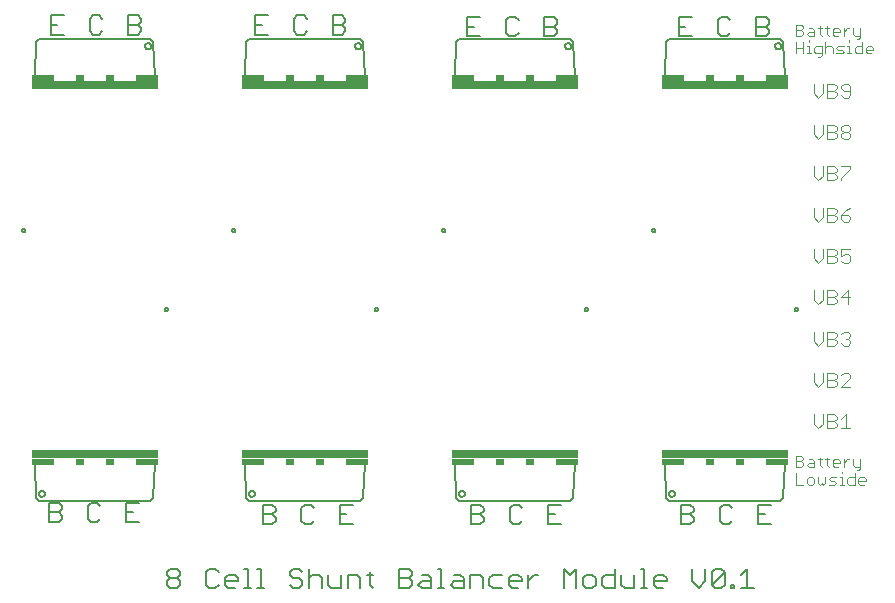
<source format=gto>
G75*
G70*
%OFA0B0*%
%FSLAX24Y24*%
%IPPOS*%
%LPD*%
%AMOC8*
5,1,8,0,0,1.08239X$1,22.5*
%
%ADD10C,0.0030*%
%ADD11C,0.0060*%
%ADD12C,0.0040*%
%ADD13C,0.0050*%
%ADD14R,0.4200X0.0300*%
%ADD15R,0.0750X0.0200*%
%ADD16R,0.0300X0.0200*%
D10*
X028462Y004446D02*
X028709Y004446D01*
X028831Y004508D02*
X028892Y004446D01*
X029016Y004446D01*
X029077Y004508D01*
X029077Y004632D01*
X029016Y004693D01*
X028892Y004693D01*
X028831Y004632D01*
X028831Y004508D01*
X029199Y004508D02*
X029199Y004693D01*
X029199Y004508D02*
X029261Y004446D01*
X029322Y004508D01*
X029384Y004446D01*
X029446Y004508D01*
X029446Y004693D01*
X029567Y004632D02*
X029629Y004693D01*
X029814Y004693D01*
X029935Y004693D02*
X029997Y004693D01*
X029997Y004446D01*
X029935Y004446D02*
X030059Y004446D01*
X030181Y004508D02*
X030181Y004632D01*
X030243Y004693D01*
X030428Y004693D01*
X030428Y004817D02*
X030428Y004446D01*
X030243Y004446D01*
X030181Y004508D01*
X029814Y004508D02*
X029752Y004570D01*
X029629Y004570D01*
X029567Y004632D01*
X029567Y004446D02*
X029752Y004446D01*
X029814Y004508D01*
X029997Y004817D02*
X029997Y004879D01*
X030058Y005037D02*
X030058Y005284D01*
X030058Y005160D02*
X030182Y005284D01*
X030243Y005284D01*
X030365Y005284D02*
X030365Y005099D01*
X030427Y005037D01*
X030612Y005037D01*
X030612Y004975D02*
X030550Y004914D01*
X030489Y004914D01*
X030612Y004975D02*
X030612Y005284D01*
X029937Y005222D02*
X029937Y005160D01*
X029690Y005160D01*
X029690Y005099D02*
X029690Y005222D01*
X029752Y005284D01*
X029875Y005284D01*
X029937Y005222D01*
X029875Y005037D02*
X029752Y005037D01*
X029690Y005099D01*
X029568Y005037D02*
X029506Y005099D01*
X029506Y005346D01*
X029444Y005284D02*
X029568Y005284D01*
X029322Y005284D02*
X029199Y005284D01*
X029261Y005346D02*
X029261Y005099D01*
X029322Y005037D01*
X029077Y005037D02*
X028892Y005037D01*
X028831Y005099D01*
X028892Y005160D01*
X029077Y005160D01*
X029077Y005222D02*
X029077Y005037D01*
X029077Y005222D02*
X029016Y005284D01*
X028892Y005284D01*
X028709Y005284D02*
X028647Y005222D01*
X028462Y005222D01*
X028462Y005037D02*
X028647Y005037D01*
X028709Y005099D01*
X028709Y005160D01*
X028647Y005222D01*
X028709Y005284D02*
X028709Y005346D01*
X028647Y005407D01*
X028462Y005407D01*
X028462Y005037D01*
X028462Y004817D02*
X028462Y004446D01*
X030549Y004508D02*
X030549Y004632D01*
X030611Y004693D01*
X030734Y004693D01*
X030796Y004632D01*
X030796Y004570D01*
X030549Y004570D01*
X030549Y004508D02*
X030611Y004446D01*
X030734Y004446D01*
X029261Y018693D02*
X029323Y018755D01*
X029323Y019063D01*
X029138Y019063D01*
X029076Y019002D01*
X029076Y018878D01*
X029138Y018817D01*
X029323Y018817D01*
X029444Y018817D02*
X029444Y019187D01*
X029506Y019063D02*
X029630Y019063D01*
X029691Y019002D01*
X029691Y018817D01*
X029813Y018817D02*
X029998Y018817D01*
X030060Y018878D01*
X029998Y018940D01*
X029874Y018940D01*
X029813Y019002D01*
X029874Y019063D01*
X030060Y019063D01*
X030181Y019063D02*
X030243Y019063D01*
X030243Y018817D01*
X030304Y018817D02*
X030181Y018817D01*
X030426Y018878D02*
X030426Y019002D01*
X030488Y019063D01*
X030673Y019063D01*
X030673Y019187D02*
X030673Y018817D01*
X030488Y018817D01*
X030426Y018878D01*
X030243Y019187D02*
X030243Y019249D01*
X030427Y019407D02*
X030612Y019407D01*
X030612Y019345D02*
X030550Y019284D01*
X030489Y019284D01*
X030612Y019345D02*
X030612Y019654D01*
X030365Y019654D02*
X030365Y019469D01*
X030427Y019407D01*
X030243Y019654D02*
X030182Y019654D01*
X030058Y019531D01*
X029937Y019531D02*
X029690Y019531D01*
X029690Y019592D02*
X029752Y019654D01*
X029875Y019654D01*
X029937Y019592D01*
X029937Y019531D01*
X029875Y019407D02*
X029752Y019407D01*
X029690Y019469D01*
X029690Y019592D01*
X029568Y019654D02*
X029444Y019654D01*
X029506Y019716D02*
X029506Y019469D01*
X029568Y019407D01*
X029322Y019407D02*
X029261Y019469D01*
X029261Y019716D01*
X029322Y019654D02*
X029199Y019654D01*
X029077Y019592D02*
X029077Y019407D01*
X028892Y019407D01*
X028831Y019469D01*
X028892Y019531D01*
X029077Y019531D01*
X029077Y019592D02*
X029016Y019654D01*
X028892Y019654D01*
X028709Y019654D02*
X028647Y019592D01*
X028462Y019592D01*
X028462Y019407D02*
X028647Y019407D01*
X028709Y019469D01*
X028709Y019531D01*
X028647Y019592D01*
X028709Y019654D02*
X028709Y019716D01*
X028647Y019777D01*
X028462Y019777D01*
X028462Y019407D01*
X028462Y019187D02*
X028462Y018817D01*
X028462Y019002D02*
X028709Y019002D01*
X028831Y019063D02*
X028892Y019063D01*
X028892Y018817D01*
X028831Y018817D02*
X028954Y018817D01*
X028709Y018817D02*
X028709Y019187D01*
X028892Y019187D02*
X028892Y019249D01*
X029444Y019002D02*
X029506Y019063D01*
X030058Y019407D02*
X030058Y019654D01*
X030795Y019002D02*
X030856Y019063D01*
X030980Y019063D01*
X031042Y019002D01*
X031042Y018940D01*
X030795Y018940D01*
X030795Y018878D02*
X030795Y019002D01*
X030795Y018878D02*
X030856Y018817D01*
X030980Y018817D01*
X029261Y018693D02*
X029199Y018693D01*
D11*
X003889Y003193D02*
X003568Y003193D01*
X003568Y003834D01*
X003889Y003834D01*
X003995Y003727D01*
X003995Y003620D01*
X003889Y003514D01*
X003568Y003514D01*
X003889Y003514D02*
X003995Y003407D01*
X003995Y003300D01*
X003889Y003193D01*
X004857Y003300D02*
X004964Y003193D01*
X005178Y003193D01*
X005284Y003300D01*
X004857Y003300D02*
X004857Y003727D01*
X004964Y003834D01*
X005178Y003834D01*
X005284Y003727D01*
X006146Y003834D02*
X006146Y003193D01*
X006573Y003193D01*
X006360Y003514D02*
X006146Y003514D01*
X006146Y003834D02*
X006573Y003834D01*
X007613Y001646D02*
X007506Y001540D01*
X007506Y001433D01*
X007613Y001326D01*
X007826Y001326D01*
X007933Y001219D01*
X007933Y001113D01*
X007826Y001006D01*
X007613Y001006D01*
X007506Y001113D01*
X007506Y001219D01*
X007613Y001326D01*
X007826Y001326D02*
X007933Y001433D01*
X007933Y001540D01*
X007826Y001646D01*
X007613Y001646D01*
X008795Y001540D02*
X008795Y001113D01*
X008902Y001006D01*
X009115Y001006D01*
X009222Y001113D01*
X009439Y001113D02*
X009546Y001006D01*
X009760Y001006D01*
X009866Y001219D02*
X009439Y001219D01*
X009439Y001113D02*
X009439Y001326D01*
X009546Y001433D01*
X009760Y001433D01*
X009866Y001326D01*
X009866Y001219D01*
X010084Y001006D02*
X010297Y001006D01*
X010191Y001006D02*
X010191Y001646D01*
X010084Y001646D01*
X010514Y001646D02*
X010620Y001646D01*
X010620Y001006D01*
X010514Y001006D02*
X010727Y001006D01*
X011588Y001113D02*
X011695Y001006D01*
X011908Y001006D01*
X012015Y001113D01*
X012015Y001219D01*
X011908Y001326D01*
X011695Y001326D01*
X011588Y001433D01*
X011588Y001540D01*
X011695Y001646D01*
X011908Y001646D01*
X012015Y001540D01*
X012232Y001646D02*
X012232Y001006D01*
X012659Y001006D02*
X012659Y001326D01*
X012553Y001433D01*
X012339Y001433D01*
X012232Y001326D01*
X012877Y001433D02*
X012877Y001113D01*
X012984Y001006D01*
X013304Y001006D01*
X013304Y001433D01*
X013521Y001433D02*
X013842Y001433D01*
X013948Y001326D01*
X013948Y001006D01*
X014273Y001113D02*
X014379Y001006D01*
X014273Y001113D02*
X014273Y001540D01*
X014379Y001433D02*
X014166Y001433D01*
X013521Y001433D02*
X013521Y001006D01*
X015240Y001006D02*
X015560Y001006D01*
X015667Y001113D01*
X015667Y001219D01*
X015560Y001326D01*
X015240Y001326D01*
X015240Y001006D02*
X015240Y001646D01*
X015560Y001646D01*
X015667Y001540D01*
X015667Y001433D01*
X015560Y001326D01*
X015885Y001113D02*
X015991Y001219D01*
X016312Y001219D01*
X016312Y001326D02*
X016312Y001006D01*
X015991Y001006D01*
X015885Y001113D01*
X015991Y001433D02*
X016205Y001433D01*
X016312Y001326D01*
X016529Y001646D02*
X016636Y001646D01*
X016636Y001006D01*
X016529Y001006D02*
X016743Y001006D01*
X016959Y001113D02*
X017066Y001219D01*
X017386Y001219D01*
X017386Y001326D02*
X017279Y001433D01*
X017066Y001433D01*
X017386Y001326D02*
X017386Y001006D01*
X017066Y001006D01*
X016959Y001113D01*
X017603Y001006D02*
X017603Y001433D01*
X017924Y001433D01*
X018030Y001326D01*
X018030Y001006D01*
X018248Y001113D02*
X018355Y001006D01*
X018675Y001006D01*
X018892Y001113D02*
X018892Y001326D01*
X018999Y001433D01*
X019213Y001433D01*
X019319Y001326D01*
X019319Y001219D01*
X018892Y001219D01*
X018892Y001113D02*
X018999Y001006D01*
X019213Y001006D01*
X019537Y001006D02*
X019537Y001433D01*
X019750Y001433D02*
X019537Y001219D01*
X019750Y001433D02*
X019857Y001433D01*
X020719Y001646D02*
X020719Y001006D01*
X021146Y001006D02*
X021146Y001646D01*
X020932Y001433D01*
X020719Y001646D01*
X021363Y001326D02*
X021363Y001113D01*
X021470Y001006D01*
X021683Y001006D01*
X021790Y001113D01*
X021790Y001326D01*
X021683Y001433D01*
X021470Y001433D01*
X021363Y001326D01*
X022008Y001326D02*
X022008Y001113D01*
X022114Y001006D01*
X022435Y001006D01*
X022435Y001646D01*
X022435Y001433D02*
X022114Y001433D01*
X022008Y001326D01*
X022652Y001433D02*
X022652Y001113D01*
X022759Y001006D01*
X023079Y001006D01*
X023079Y001433D01*
X023297Y001646D02*
X023403Y001646D01*
X023403Y001006D01*
X023297Y001006D02*
X023510Y001006D01*
X023726Y001113D02*
X023726Y001326D01*
X023833Y001433D01*
X024047Y001433D01*
X024153Y001326D01*
X024153Y001219D01*
X023726Y001219D01*
X023726Y001113D02*
X023833Y001006D01*
X024047Y001006D01*
X025015Y001219D02*
X025015Y001646D01*
X025442Y001646D02*
X025442Y001219D01*
X025229Y001006D01*
X025015Y001219D01*
X025660Y001113D02*
X025660Y001540D01*
X025767Y001646D01*
X025980Y001646D01*
X026087Y001540D01*
X025660Y001113D01*
X025767Y001006D01*
X025980Y001006D01*
X026087Y001113D01*
X026087Y001540D01*
X026627Y001433D02*
X026840Y001646D01*
X026840Y001006D01*
X026627Y001006D02*
X027054Y001006D01*
X026411Y001006D02*
X026411Y001113D01*
X026304Y001113D01*
X026304Y001006D01*
X026411Y001006D01*
X026240Y003131D02*
X026347Y003238D01*
X026240Y003131D02*
X026027Y003131D01*
X025920Y003238D01*
X025920Y003665D01*
X026027Y003771D01*
X026240Y003771D01*
X026347Y003665D01*
X027209Y003771D02*
X027209Y003131D01*
X027636Y003131D01*
X027422Y003451D02*
X027209Y003451D01*
X027209Y003771D02*
X027636Y003771D01*
X025058Y003665D02*
X025058Y003558D01*
X024951Y003451D01*
X024631Y003451D01*
X024951Y003451D02*
X025058Y003344D01*
X025058Y003238D01*
X024951Y003131D01*
X024631Y003131D01*
X024631Y003771D01*
X024951Y003771D01*
X025058Y003665D01*
X020636Y003771D02*
X020209Y003771D01*
X020209Y003131D01*
X020636Y003131D01*
X020422Y003451D02*
X020209Y003451D01*
X019347Y003238D02*
X019240Y003131D01*
X019027Y003131D01*
X018920Y003238D01*
X018920Y003665D01*
X019027Y003771D01*
X019240Y003771D01*
X019347Y003665D01*
X018058Y003665D02*
X018058Y003558D01*
X017951Y003451D01*
X017631Y003451D01*
X017951Y003451D02*
X018058Y003344D01*
X018058Y003238D01*
X017951Y003131D01*
X017631Y003131D01*
X017631Y003771D01*
X017951Y003771D01*
X018058Y003665D01*
X018355Y001433D02*
X018248Y001326D01*
X018248Y001113D01*
X018355Y001433D02*
X018675Y001433D01*
X013698Y003131D02*
X013271Y003131D01*
X013271Y003771D01*
X013698Y003771D01*
X013485Y003451D02*
X013271Y003451D01*
X012409Y003238D02*
X012303Y003131D01*
X012089Y003131D01*
X011982Y003238D01*
X011982Y003665D01*
X012089Y003771D01*
X012303Y003771D01*
X012409Y003665D01*
X011120Y003665D02*
X011120Y003558D01*
X011014Y003451D01*
X010693Y003451D01*
X010693Y003131D02*
X011014Y003131D01*
X011120Y003238D01*
X011120Y003344D01*
X011014Y003451D01*
X011120Y003665D02*
X011014Y003771D01*
X010693Y003771D01*
X010693Y003131D01*
X009115Y001646D02*
X008902Y001646D01*
X008795Y001540D01*
X009115Y001646D02*
X009222Y001540D01*
X010443Y019443D02*
X010870Y019443D01*
X010443Y019443D01*
X010443Y020084D01*
X010870Y020084D01*
X010443Y020084D01*
X010443Y019443D01*
X010443Y019764D02*
X010657Y019764D01*
X010443Y019764D01*
X011732Y019977D02*
X011732Y019550D01*
X011839Y019443D01*
X012053Y019443D01*
X012159Y019550D01*
X012053Y019443D01*
X011839Y019443D01*
X011732Y019550D01*
X011732Y019977D01*
X011839Y020084D01*
X012053Y020084D01*
X012159Y019977D01*
X012053Y020084D01*
X011839Y020084D01*
X011732Y019977D01*
X013021Y020084D02*
X013021Y019443D01*
X013342Y019443D01*
X013448Y019550D01*
X013448Y019657D01*
X013342Y019764D01*
X013021Y019764D01*
X013342Y019764D01*
X013448Y019870D01*
X013448Y019977D01*
X013342Y020084D01*
X013021Y020084D01*
X013342Y020084D01*
X013448Y019977D01*
X013448Y019870D01*
X013342Y019764D01*
X013448Y019657D01*
X013448Y019550D01*
X013342Y019443D01*
X013021Y019443D01*
X013021Y020084D01*
X017506Y020021D02*
X017506Y019381D01*
X017933Y019381D01*
X017506Y019381D01*
X017506Y020021D01*
X017933Y020021D01*
X017506Y020021D01*
X017506Y019701D02*
X017719Y019701D01*
X017506Y019701D01*
X018795Y019488D02*
X018902Y019381D01*
X019115Y019381D01*
X019222Y019488D01*
X019115Y019381D01*
X018902Y019381D01*
X018795Y019488D01*
X018795Y019915D01*
X018902Y020021D01*
X019115Y020021D01*
X019222Y019915D01*
X019115Y020021D01*
X018902Y020021D01*
X018795Y019915D01*
X018795Y019488D01*
X020084Y019381D02*
X020404Y019381D01*
X020511Y019488D01*
X020511Y019594D01*
X020404Y019701D01*
X020084Y019701D01*
X020404Y019701D01*
X020511Y019808D01*
X020511Y019915D01*
X020404Y020021D01*
X020084Y020021D01*
X020084Y019381D01*
X020404Y019381D01*
X020511Y019488D01*
X020511Y019594D01*
X020404Y019701D01*
X020511Y019808D01*
X020511Y019915D01*
X020404Y020021D01*
X020084Y020021D01*
X020084Y019381D01*
X024568Y019381D02*
X024995Y019381D01*
X024568Y019381D02*
X024568Y020021D01*
X024995Y020021D01*
X024782Y019701D02*
X024568Y019701D01*
X025857Y019488D02*
X025964Y019381D01*
X026178Y019381D01*
X026284Y019488D01*
X025857Y019488D02*
X025857Y019915D01*
X025964Y020021D01*
X026178Y020021D01*
X026284Y019915D01*
X027146Y020021D02*
X027146Y019381D01*
X027467Y019381D01*
X027573Y019488D01*
X027573Y019594D01*
X027467Y019701D01*
X027146Y019701D01*
X027146Y020021D02*
X027467Y020021D01*
X027573Y019915D01*
X027573Y019808D01*
X027467Y019701D01*
X006636Y019657D02*
X006636Y019550D01*
X006529Y019443D01*
X006209Y019443D01*
X006209Y020084D01*
X006529Y020084D01*
X006636Y019977D01*
X006636Y019870D01*
X006529Y019764D01*
X006209Y019764D01*
X006529Y019764D02*
X006636Y019657D01*
X005347Y019550D02*
X005240Y019443D01*
X005027Y019443D01*
X004920Y019550D01*
X004920Y019977D01*
X005027Y020084D01*
X005240Y020084D01*
X005347Y019977D01*
X004058Y020084D02*
X003631Y020084D01*
X003631Y019443D01*
X004058Y019443D01*
X003844Y019764D02*
X003631Y019764D01*
D12*
X029058Y017806D02*
X029058Y017499D01*
X029211Y017345D01*
X029365Y017499D01*
X029365Y017806D01*
X029518Y017806D02*
X029748Y017806D01*
X029825Y017729D01*
X029825Y017652D01*
X029748Y017575D01*
X029518Y017575D01*
X029518Y017345D02*
X029748Y017345D01*
X029825Y017422D01*
X029825Y017499D01*
X029748Y017575D01*
X029979Y017652D02*
X029979Y017729D01*
X030055Y017806D01*
X030209Y017806D01*
X030285Y017729D01*
X030285Y017422D01*
X030209Y017345D01*
X030055Y017345D01*
X029979Y017422D01*
X030055Y017575D02*
X030285Y017575D01*
X030055Y017575D02*
X029979Y017652D01*
X029518Y017806D02*
X029518Y017345D01*
X029518Y016428D02*
X029748Y016428D01*
X029825Y016351D01*
X029825Y016274D01*
X029748Y016197D01*
X029518Y016197D01*
X029365Y016121D02*
X029211Y015967D01*
X029058Y016121D01*
X029058Y016428D01*
X029365Y016428D02*
X029365Y016121D01*
X029518Y015967D02*
X029748Y015967D01*
X029825Y016044D01*
X029825Y016121D01*
X029748Y016197D01*
X029979Y016121D02*
X030055Y016197D01*
X030209Y016197D01*
X030285Y016121D01*
X030285Y016044D01*
X030209Y015967D01*
X030055Y015967D01*
X029979Y016044D01*
X029979Y016121D01*
X030055Y016197D02*
X029979Y016274D01*
X029979Y016351D01*
X030055Y016428D01*
X030209Y016428D01*
X030285Y016351D01*
X030285Y016274D01*
X030209Y016197D01*
X029518Y015967D02*
X029518Y016428D01*
X029518Y015050D02*
X029748Y015050D01*
X029825Y014973D01*
X029825Y014896D01*
X029748Y014819D01*
X029518Y014819D01*
X029365Y014743D02*
X029211Y014589D01*
X029058Y014743D01*
X029058Y015050D01*
X029365Y015050D02*
X029365Y014743D01*
X029518Y014589D02*
X029748Y014589D01*
X029825Y014666D01*
X029825Y014743D01*
X029748Y014819D01*
X029979Y014666D02*
X029979Y014589D01*
X029979Y014666D02*
X030285Y014973D01*
X030285Y015050D01*
X029979Y015050D01*
X029518Y015050D02*
X029518Y014589D01*
X029518Y013672D02*
X029748Y013672D01*
X029825Y013595D01*
X029825Y013518D01*
X029748Y013441D01*
X029518Y013441D01*
X029365Y013365D02*
X029365Y013672D01*
X029518Y013672D02*
X029518Y013211D01*
X029748Y013211D01*
X029825Y013288D01*
X029825Y013365D01*
X029748Y013441D01*
X029979Y013441D02*
X029979Y013288D01*
X030055Y013211D01*
X030209Y013211D01*
X030285Y013288D01*
X030285Y013365D01*
X030209Y013441D01*
X029979Y013441D01*
X030132Y013595D01*
X030285Y013672D01*
X029365Y013365D02*
X029211Y013211D01*
X029058Y013365D01*
X029058Y013672D01*
X029058Y012294D02*
X029058Y011987D01*
X029211Y011833D01*
X029365Y011987D01*
X029365Y012294D01*
X029518Y012294D02*
X029748Y012294D01*
X029825Y012217D01*
X029825Y012140D01*
X029748Y012064D01*
X029518Y012064D01*
X029518Y012294D02*
X029518Y011833D01*
X029748Y011833D01*
X029825Y011910D01*
X029825Y011987D01*
X029748Y012064D01*
X029979Y012064D02*
X030132Y012140D01*
X030209Y012140D01*
X030285Y012064D01*
X030285Y011910D01*
X030209Y011833D01*
X030055Y011833D01*
X029979Y011910D01*
X029979Y012064D02*
X029979Y012294D01*
X030285Y012294D01*
X030209Y010916D02*
X029979Y010686D01*
X030285Y010686D01*
X030209Y010916D02*
X030209Y010455D01*
X029825Y010532D02*
X029825Y010609D01*
X029748Y010686D01*
X029518Y010686D01*
X029365Y010609D02*
X029211Y010455D01*
X029058Y010609D01*
X029058Y010916D01*
X029365Y010916D02*
X029365Y010609D01*
X029518Y010455D02*
X029748Y010455D01*
X029825Y010532D01*
X029748Y010686D02*
X029825Y010762D01*
X029825Y010839D01*
X029748Y010916D01*
X029518Y010916D01*
X029518Y010455D01*
X029518Y009538D02*
X029748Y009538D01*
X029825Y009461D01*
X029825Y009384D01*
X029748Y009308D01*
X029518Y009308D01*
X029365Y009231D02*
X029365Y009538D01*
X029518Y009538D02*
X029518Y009077D01*
X029748Y009077D01*
X029825Y009154D01*
X029825Y009231D01*
X029748Y009308D01*
X029979Y009461D02*
X030055Y009538D01*
X030209Y009538D01*
X030285Y009461D01*
X030285Y009384D01*
X030209Y009308D01*
X030285Y009231D01*
X030285Y009154D01*
X030209Y009077D01*
X030055Y009077D01*
X029979Y009154D01*
X030132Y009308D02*
X030209Y009308D01*
X029365Y009231D02*
X029211Y009077D01*
X029058Y009231D01*
X029058Y009538D01*
X029058Y008160D02*
X029058Y007853D01*
X029211Y007700D01*
X029365Y007853D01*
X029365Y008160D01*
X029518Y008160D02*
X029748Y008160D01*
X029825Y008083D01*
X029825Y008006D01*
X029748Y007930D01*
X029518Y007930D01*
X029518Y007700D02*
X029518Y008160D01*
X029748Y007930D02*
X029825Y007853D01*
X029825Y007776D01*
X029748Y007700D01*
X029518Y007700D01*
X029979Y007700D02*
X030285Y008006D01*
X030285Y008083D01*
X030209Y008160D01*
X030055Y008160D01*
X029979Y008083D01*
X029979Y007700D02*
X030285Y007700D01*
X030132Y006782D02*
X030132Y006322D01*
X029979Y006322D02*
X030285Y006322D01*
X029979Y006628D02*
X030132Y006782D01*
X029825Y006705D02*
X029825Y006628D01*
X029748Y006552D01*
X029518Y006552D01*
X029365Y006475D02*
X029365Y006782D01*
X029518Y006782D02*
X029748Y006782D01*
X029825Y006705D01*
X029748Y006552D02*
X029825Y006475D01*
X029825Y006398D01*
X029748Y006322D01*
X029518Y006322D01*
X029518Y006782D01*
X029058Y006782D02*
X029058Y006475D01*
X029211Y006322D01*
X029365Y006475D01*
D13*
X028101Y005151D02*
X028051Y004001D01*
X027951Y003901D01*
X024251Y003901D01*
X024151Y004001D01*
X024101Y005151D01*
X024231Y004141D02*
X024233Y004161D01*
X024239Y004179D01*
X024248Y004197D01*
X024260Y004212D01*
X024275Y004224D01*
X024293Y004233D01*
X024311Y004239D01*
X024331Y004241D01*
X024351Y004239D01*
X024369Y004233D01*
X024387Y004224D01*
X024402Y004212D01*
X024414Y004197D01*
X024423Y004179D01*
X024429Y004161D01*
X024431Y004141D01*
X024429Y004121D01*
X024423Y004103D01*
X024414Y004085D01*
X024402Y004070D01*
X024387Y004058D01*
X024369Y004049D01*
X024351Y004043D01*
X024331Y004041D01*
X024311Y004043D01*
X024293Y004049D01*
X024275Y004058D01*
X024260Y004070D01*
X024248Y004085D01*
X024239Y004103D01*
X024233Y004121D01*
X024231Y004141D01*
X021051Y004001D02*
X021101Y005151D01*
X021051Y004001D02*
X020951Y003901D01*
X017251Y003901D01*
X017151Y004001D01*
X017101Y005151D01*
X017231Y004141D02*
X017233Y004161D01*
X017239Y004179D01*
X017248Y004197D01*
X017260Y004212D01*
X017275Y004224D01*
X017293Y004233D01*
X017311Y004239D01*
X017331Y004241D01*
X017351Y004239D01*
X017369Y004233D01*
X017387Y004224D01*
X017402Y004212D01*
X017414Y004197D01*
X017423Y004179D01*
X017429Y004161D01*
X017431Y004141D01*
X017429Y004121D01*
X017423Y004103D01*
X017414Y004085D01*
X017402Y004070D01*
X017387Y004058D01*
X017369Y004049D01*
X017351Y004043D01*
X017331Y004041D01*
X017311Y004043D01*
X017293Y004049D01*
X017275Y004058D01*
X017260Y004070D01*
X017248Y004085D01*
X017239Y004103D01*
X017233Y004121D01*
X017231Y004141D01*
X014051Y004001D02*
X013951Y003901D01*
X010251Y003901D01*
X010151Y004001D01*
X010101Y005151D01*
X010231Y004141D02*
X010233Y004161D01*
X010239Y004179D01*
X010248Y004197D01*
X010260Y004212D01*
X010275Y004224D01*
X010293Y004233D01*
X010311Y004239D01*
X010331Y004241D01*
X010351Y004239D01*
X010369Y004233D01*
X010387Y004224D01*
X010402Y004212D01*
X010414Y004197D01*
X010423Y004179D01*
X010429Y004161D01*
X010431Y004141D01*
X010429Y004121D01*
X010423Y004103D01*
X010414Y004085D01*
X010402Y004070D01*
X010387Y004058D01*
X010369Y004049D01*
X010351Y004043D01*
X010331Y004041D01*
X010311Y004043D01*
X010293Y004049D01*
X010275Y004058D01*
X010260Y004070D01*
X010248Y004085D01*
X010239Y004103D01*
X010233Y004121D01*
X010231Y004141D01*
X007051Y004001D02*
X006951Y003901D01*
X003251Y003901D01*
X003151Y004001D01*
X003101Y005151D01*
X003231Y004141D02*
X003233Y004161D01*
X003239Y004179D01*
X003248Y004197D01*
X003260Y004212D01*
X003275Y004224D01*
X003293Y004233D01*
X003311Y004239D01*
X003331Y004241D01*
X003351Y004239D01*
X003369Y004233D01*
X003387Y004224D01*
X003402Y004212D01*
X003414Y004197D01*
X003423Y004179D01*
X003429Y004161D01*
X003431Y004141D01*
X003429Y004121D01*
X003423Y004103D01*
X003414Y004085D01*
X003402Y004070D01*
X003387Y004058D01*
X003369Y004049D01*
X003351Y004043D01*
X003331Y004041D01*
X003311Y004043D01*
X003293Y004049D01*
X003275Y004058D01*
X003260Y004070D01*
X003248Y004085D01*
X003239Y004103D01*
X003233Y004121D01*
X003231Y004141D01*
X007051Y004001D02*
X007101Y005151D01*
X014101Y005151D02*
X014051Y004001D01*
X014419Y010278D02*
X014421Y010292D01*
X014427Y010306D01*
X014435Y010318D01*
X014447Y010326D01*
X014461Y010332D01*
X014475Y010334D01*
X014489Y010332D01*
X014503Y010326D01*
X014515Y010318D01*
X014523Y010306D01*
X014529Y010292D01*
X014531Y010278D01*
X014529Y010264D01*
X014523Y010250D01*
X014515Y010238D01*
X014503Y010230D01*
X014489Y010224D01*
X014475Y010222D01*
X014461Y010224D01*
X014447Y010230D01*
X014435Y010238D01*
X014427Y010250D01*
X014421Y010264D01*
X014419Y010278D01*
X016671Y012924D02*
X016673Y012938D01*
X016679Y012952D01*
X016687Y012964D01*
X016699Y012972D01*
X016713Y012978D01*
X016727Y012980D01*
X016741Y012978D01*
X016755Y012972D01*
X016767Y012964D01*
X016775Y012952D01*
X016781Y012938D01*
X016783Y012924D01*
X016781Y012910D01*
X016775Y012896D01*
X016767Y012884D01*
X016755Y012876D01*
X016741Y012870D01*
X016727Y012868D01*
X016713Y012870D01*
X016699Y012876D01*
X016687Y012884D01*
X016679Y012896D01*
X016673Y012910D01*
X016671Y012924D01*
X021419Y010278D02*
X021421Y010292D01*
X021427Y010306D01*
X021435Y010318D01*
X021447Y010326D01*
X021461Y010332D01*
X021475Y010334D01*
X021489Y010332D01*
X021503Y010326D01*
X021515Y010318D01*
X021523Y010306D01*
X021529Y010292D01*
X021531Y010278D01*
X021529Y010264D01*
X021523Y010250D01*
X021515Y010238D01*
X021503Y010230D01*
X021489Y010224D01*
X021475Y010222D01*
X021461Y010224D01*
X021447Y010230D01*
X021435Y010238D01*
X021427Y010250D01*
X021421Y010264D01*
X021419Y010278D01*
X023671Y012924D02*
X023673Y012938D01*
X023679Y012952D01*
X023687Y012964D01*
X023699Y012972D01*
X023713Y012978D01*
X023727Y012980D01*
X023741Y012978D01*
X023755Y012972D01*
X023767Y012964D01*
X023775Y012952D01*
X023781Y012938D01*
X023783Y012924D01*
X023781Y012910D01*
X023775Y012896D01*
X023767Y012884D01*
X023755Y012876D01*
X023741Y012870D01*
X023727Y012868D01*
X023713Y012870D01*
X023699Y012876D01*
X023687Y012884D01*
X023679Y012896D01*
X023673Y012910D01*
X023671Y012924D01*
X028419Y010278D02*
X028421Y010292D01*
X028427Y010306D01*
X028435Y010318D01*
X028447Y010326D01*
X028461Y010332D01*
X028475Y010334D01*
X028489Y010332D01*
X028503Y010326D01*
X028515Y010318D01*
X028523Y010306D01*
X028529Y010292D01*
X028531Y010278D01*
X028529Y010264D01*
X028523Y010250D01*
X028515Y010238D01*
X028503Y010230D01*
X028489Y010224D01*
X028475Y010222D01*
X028461Y010224D01*
X028447Y010230D01*
X028435Y010238D01*
X028427Y010250D01*
X028421Y010264D01*
X028419Y010278D01*
X028101Y018051D02*
X028051Y019201D01*
X027951Y019301D01*
X024251Y019301D01*
X024151Y019201D01*
X024101Y018051D01*
X021101Y018051D02*
X021051Y019201D01*
X020951Y019301D01*
X017251Y019301D01*
X017151Y019201D01*
X017101Y018051D01*
X014101Y018051D02*
X014051Y019201D01*
X013951Y019301D01*
X010251Y019301D01*
X010151Y019201D01*
X010101Y018051D01*
X007101Y018051D02*
X007051Y019201D01*
X006951Y019301D01*
X003251Y019301D01*
X003151Y019201D01*
X003101Y018051D01*
X006771Y019061D02*
X006773Y019081D01*
X006779Y019099D01*
X006788Y019117D01*
X006800Y019132D01*
X006815Y019144D01*
X006833Y019153D01*
X006851Y019159D01*
X006871Y019161D01*
X006891Y019159D01*
X006909Y019153D01*
X006927Y019144D01*
X006942Y019132D01*
X006954Y019117D01*
X006963Y019099D01*
X006969Y019081D01*
X006971Y019061D01*
X006969Y019041D01*
X006963Y019023D01*
X006954Y019005D01*
X006942Y018990D01*
X006927Y018978D01*
X006909Y018969D01*
X006891Y018963D01*
X006871Y018961D01*
X006851Y018963D01*
X006833Y018969D01*
X006815Y018978D01*
X006800Y018990D01*
X006788Y019005D01*
X006779Y019023D01*
X006773Y019041D01*
X006771Y019061D01*
X013771Y019061D02*
X013773Y019081D01*
X013779Y019099D01*
X013788Y019117D01*
X013800Y019132D01*
X013815Y019144D01*
X013833Y019153D01*
X013851Y019159D01*
X013871Y019161D01*
X013891Y019159D01*
X013909Y019153D01*
X013927Y019144D01*
X013942Y019132D01*
X013954Y019117D01*
X013963Y019099D01*
X013969Y019081D01*
X013971Y019061D01*
X013969Y019041D01*
X013963Y019023D01*
X013954Y019005D01*
X013942Y018990D01*
X013927Y018978D01*
X013909Y018969D01*
X013891Y018963D01*
X013871Y018961D01*
X013851Y018963D01*
X013833Y018969D01*
X013815Y018978D01*
X013800Y018990D01*
X013788Y019005D01*
X013779Y019023D01*
X013773Y019041D01*
X013771Y019061D01*
X020771Y019061D02*
X020773Y019081D01*
X020779Y019099D01*
X020788Y019117D01*
X020800Y019132D01*
X020815Y019144D01*
X020833Y019153D01*
X020851Y019159D01*
X020871Y019161D01*
X020891Y019159D01*
X020909Y019153D01*
X020927Y019144D01*
X020942Y019132D01*
X020954Y019117D01*
X020963Y019099D01*
X020969Y019081D01*
X020971Y019061D01*
X020969Y019041D01*
X020963Y019023D01*
X020954Y019005D01*
X020942Y018990D01*
X020927Y018978D01*
X020909Y018969D01*
X020891Y018963D01*
X020871Y018961D01*
X020851Y018963D01*
X020833Y018969D01*
X020815Y018978D01*
X020800Y018990D01*
X020788Y019005D01*
X020779Y019023D01*
X020773Y019041D01*
X020771Y019061D01*
X027771Y019061D02*
X027773Y019081D01*
X027779Y019099D01*
X027788Y019117D01*
X027800Y019132D01*
X027815Y019144D01*
X027833Y019153D01*
X027851Y019159D01*
X027871Y019161D01*
X027891Y019159D01*
X027909Y019153D01*
X027927Y019144D01*
X027942Y019132D01*
X027954Y019117D01*
X027963Y019099D01*
X027969Y019081D01*
X027971Y019061D01*
X027969Y019041D01*
X027963Y019023D01*
X027954Y019005D01*
X027942Y018990D01*
X027927Y018978D01*
X027909Y018969D01*
X027891Y018963D01*
X027871Y018961D01*
X027851Y018963D01*
X027833Y018969D01*
X027815Y018978D01*
X027800Y018990D01*
X027788Y019005D01*
X027779Y019023D01*
X027773Y019041D01*
X027771Y019061D01*
X009671Y012924D02*
X009673Y012938D01*
X009679Y012952D01*
X009687Y012964D01*
X009699Y012972D01*
X009713Y012978D01*
X009727Y012980D01*
X009741Y012978D01*
X009755Y012972D01*
X009767Y012964D01*
X009775Y012952D01*
X009781Y012938D01*
X009783Y012924D01*
X009781Y012910D01*
X009775Y012896D01*
X009767Y012884D01*
X009755Y012876D01*
X009741Y012870D01*
X009727Y012868D01*
X009713Y012870D01*
X009699Y012876D01*
X009687Y012884D01*
X009679Y012896D01*
X009673Y012910D01*
X009671Y012924D01*
X007419Y010278D02*
X007421Y010292D01*
X007427Y010306D01*
X007435Y010318D01*
X007447Y010326D01*
X007461Y010332D01*
X007475Y010334D01*
X007489Y010332D01*
X007503Y010326D01*
X007515Y010318D01*
X007523Y010306D01*
X007529Y010292D01*
X007531Y010278D01*
X007529Y010264D01*
X007523Y010250D01*
X007515Y010238D01*
X007503Y010230D01*
X007489Y010224D01*
X007475Y010222D01*
X007461Y010224D01*
X007447Y010230D01*
X007435Y010238D01*
X007427Y010250D01*
X007421Y010264D01*
X007419Y010278D01*
X002671Y012924D02*
X002673Y012938D01*
X002679Y012952D01*
X002687Y012964D01*
X002699Y012972D01*
X002713Y012978D01*
X002727Y012980D01*
X002741Y012978D01*
X002755Y012972D01*
X002767Y012964D01*
X002775Y012952D01*
X002781Y012938D01*
X002783Y012924D01*
X002781Y012910D01*
X002775Y012896D01*
X002767Y012884D01*
X002755Y012876D01*
X002741Y012870D01*
X002727Y012868D01*
X002713Y012870D01*
X002699Y012876D01*
X002687Y012884D01*
X002679Y012896D01*
X002673Y012910D01*
X002671Y012924D01*
D14*
X005101Y017751D03*
X012101Y017751D03*
X019101Y017751D03*
X026101Y017751D03*
X026101Y005451D03*
X019101Y005451D03*
X012101Y005451D03*
X005101Y005451D03*
D15*
X006826Y005201D03*
X010376Y005201D03*
X013826Y005201D03*
X017376Y005201D03*
X020826Y005201D03*
X024376Y005201D03*
X027826Y005201D03*
X027826Y018001D03*
X024376Y018001D03*
X020826Y018001D03*
X017376Y018001D03*
X013826Y018001D03*
X010376Y018001D03*
X006826Y018001D03*
X003376Y018001D03*
X003376Y005201D03*
D16*
X004601Y005201D03*
X005601Y005201D03*
X011601Y005201D03*
X012601Y005201D03*
X018601Y005201D03*
X019601Y005201D03*
X025601Y005201D03*
X026601Y005201D03*
X026601Y018001D03*
X025601Y018001D03*
X019601Y018001D03*
X018601Y018001D03*
X012601Y018001D03*
X011601Y018001D03*
X005601Y018001D03*
X004601Y018001D03*
M02*

</source>
